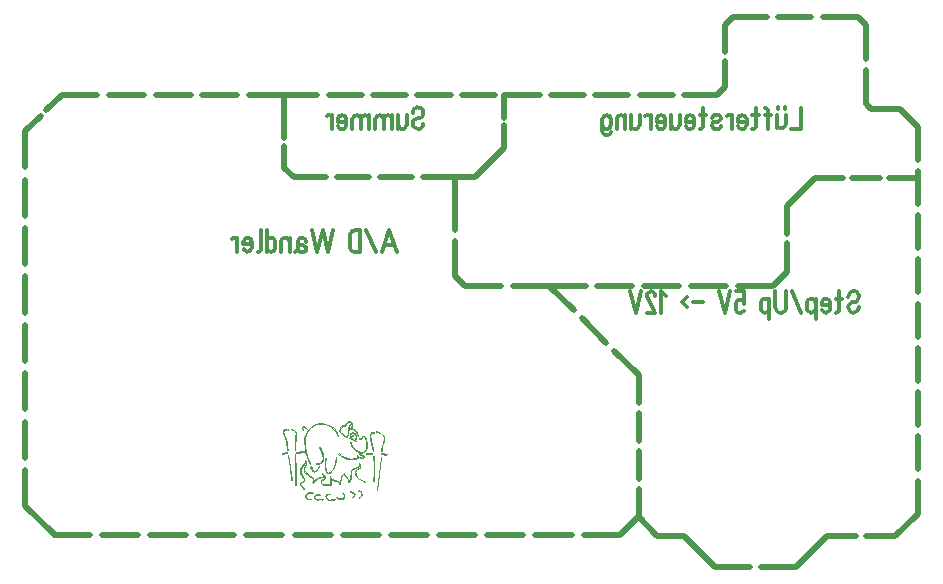
<source format=gbo>
%FSLAX35Y35*%
%MOIN*%
%IN7=Bestueckungsdruckunten(X.GBO)*%
%ADD10C,0.00591*%
%ADD11C,0.00354*%
%ADD12C,0.00394*%
%ADD13C,0.00409*%
%ADD14C,0.00827*%
%ADD15C,0.01000*%
%ADD16C,0.01181*%
%ADD17C,0.01575*%
%ADD18C,0.01969*%
%ADD19C,0.03937*%
%ADD20C,0.05906*%
%ADD21C,0.07087*%
%ADD22C,0.07874*%
%ADD23C,0.21323*%
%AMR_24*21,1,0.01575,0.01575,0,0,0.000*%
%ADD24R_24*%
%AMR_25*21,1,0.01772,0.01772,0,0,0.000*%
%ADD25R_25*%
%AMR_26*21,1,0.02165,0.02165,0,0,0.000*%
%ADD26R_26*%
%AMR_27*21,1,0.02362,0.02362,0,0,0.000*%
%ADD27R_27*%
%AMR_28*21,1,0.02500,0.02500,0,0,0.000*%
%ADD28R_28*%
%AMR_29*21,1,0.03150,0.03150,0,0,0.000*%
%ADD29R_29*%
%AMR_30*21,1,0.03543,0.03543,0,0,0.000*%
%ADD30R_30*%
%AMR_31*21,1,0.03937,0.03937,0,0,0.000*%
%ADD31R_31*%
%AMR_32*21,1,0.05000,0.09843,0,0,0.000*%
%ADD32R_32*%
%AMR_33*21,1,0.05000,0.10000,0,0,270.000*%
%ADD33R_33*%
%AMR_34*21,1,0.05331,0.05331,0,0,0.000*%
%ADD34R_34*%
%AMR_35*21,1,0.06299,0.06299,0,0,0.000*%
%ADD35R_35*%
%AMR_36*21,1,0.06299,0.06299,0,0,180.000*%
%ADD36R_36*%
%AMR_37*21,1,0.06299,0.06299,0,0,270.000*%
%ADD37R_37*%
%AMR_38*21,1,0.19685,0.19685,0,0,0.000*%
%ADD38R_38*%
%AMOCT_39*4,1,8,0.021654,0.024606,0.010827,0.035433,-0.010827,0.035433,-0.021654,0.024606,-0.021654,-0.024606,-0.010827,-0.035433,0.010827,-0.035433,0.021654,-0.024606,0.021654,0.024606,270.000*%
%ADD39OCT_39*%
%AMOCT_40*4,1,8,0.023622,0.023622,0.011811,0.035433,-0.011811,0.035433,-0.023622,0.023622,-0.023622,-0.023622,-0.011811,-0.035433,0.011811,-0.035433,0.023622,-0.023622,0.023622,0.023622,0.000*%
%ADD40OCT_40*%
%AMOCT_41*4,1,8,0.023622,0.023622,0.011811,0.035433,-0.011811,0.035433,-0.023622,0.023622,-0.023622,-0.023622,-0.011811,-0.035433,0.011811,-0.035433,0.023622,-0.023622,0.023622,0.023622,180.000*%
%ADD41OCT_41*%
%AMOCT_42*4,1,8,0.023622,0.023622,0.011811,0.035433,-0.011811,0.035433,-0.023622,0.023622,-0.023622,-0.023622,-0.011811,-0.035433,0.011811,-0.035433,0.023622,-0.023622,0.023622,0.023622,270.000*%
%ADD42OCT_42*%
%AMOCT_43*4,1,8,0.031496,0.015748,0.015748,0.031496,-0.015748,0.031496,-0.031496,0.015748,-0.031496,-0.015748,-0.015748,-0.031496,0.015748,-0.031496,0.031496,-0.015748,0.031496,0.015748,0.000*%
%ADD43OCT_43*%
%AMOCT_44*4,1,8,0.031496,0.015748,0.015748,0.031496,-0.015748,0.031496,-0.031496,0.015748,-0.031496,-0.015748,-0.015748,-0.031496,0.015748,-0.031496,0.031496,-0.015748,0.031496,0.015748,180.000*%
%ADD44OCT_44*%
%AMOCT_45*4,1,8,0.031496,0.015748,0.015748,0.031496,-0.015748,0.031496,-0.031496,0.015748,-0.031496,-0.015748,-0.015748,-0.031496,0.015748,-0.031496,0.031496,-0.015748,0.031496,0.015748,270.000*%
%ADD45OCT_45*%
%AMOCT_46*4,1,8,0.035433,0.017717,0.017717,0.035433,-0.017717,0.035433,-0.035433,0.017717,-0.035433,-0.017717,-0.017717,-0.035433,0.017717,-0.035433,0.035433,-0.017717,0.035433,0.017717,0.000*%
%ADD46OCT_46*%
%AMOCT_47*4,1,8,0.035433,0.017717,0.017717,0.035433,-0.017717,0.035433,-0.035433,0.017717,-0.035433,-0.017717,-0.017717,-0.035433,0.017717,-0.035433,0.035433,-0.017717,0.035433,0.017717,90.000*%
%ADD47OCT_47*%
%AMOCT_48*4,1,8,0.035433,0.017717,0.017717,0.035433,-0.017717,0.035433,-0.035433,0.017717,-0.035433,-0.017717,-0.017717,-0.035433,0.017717,-0.035433,0.035433,-0.017717,0.035433,0.017717,180.000*%
%ADD48OCT_48*%
%AMOCT_49*4,1,8,0.035433,0.017717,0.017717,0.035433,-0.017717,0.035433,-0.035433,0.017717,-0.035433,-0.017717,-0.017717,-0.035433,0.017717,-0.035433,0.035433,-0.017717,0.035433,0.017717,270.000*%
%ADD49OCT_49*%
%AMOCT_50*4,1,8,0.037402,0.018701,0.018701,0.037402,-0.018701,0.037402,-0.037402,0.018701,-0.037402,-0.018701,-0.018701,-0.037402,0.018701,-0.037402,0.037402,-0.018701,0.037402,0.018701,180.000*%
%ADD50OCT_50*%
%AMOCT_51*4,1,8,0.039370,0.019685,0.019685,0.039370,-0.019685,0.039370,-0.039370,0.019685,-0.039370,-0.019685,-0.019685,-0.039370,0.019685,-0.039370,0.039370,-0.019685,0.039370,0.019685,0.000*%
%ADD51OCT_51*%
%AMOCT_52*4,1,8,0.043307,0.021654,0.021654,0.043307,-0.021654,0.043307,-0.043307,0.021654,-0.043307,-0.021654,-0.021654,-0.043307,0.021654,-0.043307,0.043307,-0.021654,0.043307,0.021654,180.000*%
%ADD52OCT_52*%
%AMOCT_53*4,1,8,0.043307,0.021654,0.021654,0.043307,-0.021654,0.043307,-0.043307,0.021654,-0.043307,-0.021654,-0.021654,-0.043307,0.021654,-0.043307,0.043307,-0.021654,0.043307,0.021654,270.000*%
%ADD53OCT_53*%
%AMOCT_54*4,1,8,0.049213,0.024606,0.024606,0.049213,-0.024606,0.049213,-0.049213,0.024606,-0.049213,-0.024606,-0.024606,-0.049213,0.024606,-0.049213,0.049213,-0.024606,0.049213,0.024606,90.000*%
%ADD54OCT_54*%
%AMO_55*20,1,0.05000,0.00000,-0.02421,0.00000,0.02421,0*1,1,0.05000,0.00000,-0.02421*1,1,0.05000,0.00000,0.02421*%
%ADD55O_55*%
%AMO_56*20,1,0.05000,-0.02500,0.00000,0.02500,0.00000,0*1,1,0.05000,-0.02500,0.00000*1,1,0.05000,0.02500,0.00000*%
%ADD56O_56*%
%AMRR_57*21,1,0.06299,0.05039,0,0,0.000*21,1,0.05039,0.06299,0,0,0.000*1,1,0.01260,0.02520,0.02520*1,1,0.01260,-0.02520,-0.02520*1,1,0.01260,0.02520,-0.02520*1,1,0.01260,-0.02520,0.02520*%
%ADD57RR_57*%
%AMRR_58*21,1,0.15748,0.05315,0,0,270.000*21,1,0.13976,0.07087,0,0,270.000*1,1,0.01772,0.02657,-0.06988*1,1,0.01772,-0.02657,0.06988*1,1,0.01772,-0.02657,-0.06988*1,1,0.01772,0.02657,0.06988*%
%ADD58RR_58*%
G54D12*
X120011Y62724D02*
X120790Y62577D01*
X121406Y62235D01*
X120015Y62547D02*
X120724Y62412D01*
X121303Y62090D01*
X111461Y63432D02*
X111962Y63561D01*
X112399Y63465D01*
X112837Y63118D01*
X113182Y62650D01*
X113517Y62007D01*
X113838Y61190D01*
X109791Y64445D02*
X110005Y65090D01*
X110251Y65550D01*
X110455Y65792D01*
X110656Y65943D01*
X110874Y66022D01*
X111080Y66021D01*
X111279Y65951D01*
X111486Y65793D01*
X111661Y65559D01*
X111785Y65262D01*
X111841Y64919D01*
X111805Y64497D01*
X111645Y64054D01*
X111341Y63595D01*
X111265Y65366D02*
X110883Y64516D01*
X110696Y63721D01*
X110620Y62984D01*
X110582Y62442D01*
X110520Y61933D01*
X110377Y61483D01*
X110212Y61227D01*
X110136Y61148D01*
X110115Y61131D01*
X110102Y61124D01*
X110090Y61121D01*
X110060Y61121D01*
X110010Y61129D01*
X109864Y61179D01*
X109680Y61271D01*
X109260Y61544D01*
X108836Y61876D01*
X108471Y62209D01*
X108149Y62586D01*
X107963Y62936D01*
X107919Y63262D01*
X108000Y63610D01*
X108217Y63973D01*
X108566Y64314D01*
X109072Y64635D01*
X109748Y64916D01*
X111419Y65277D02*
X111051Y64460D01*
X110871Y63694D01*
X110797Y62971D01*
X110758Y62427D01*
X110694Y61901D01*
X110536Y61405D01*
X110389Y61165D01*
X110220Y60988D01*
X110153Y60954D01*
X110070Y60943D01*
X109970Y60956D01*
X109594Y61116D01*
X108934Y61568D01*
X108346Y62084D01*
X108003Y62484D01*
X107795Y62879D01*
X107742Y63273D01*
X107836Y63677D01*
X108079Y64083D01*
X108483Y64474D01*
X109061Y64828D01*
X109828Y65128D01*
X110141Y65700D01*
X110489Y66048D01*
X110742Y66172D01*
X110993Y66208D01*
X111234Y66164D01*
X111483Y66031D01*
X111698Y65821D01*
X111977Y65224D01*
X112000Y64580D01*
X111757Y63889D01*
X111863Y63731D02*
X112285Y63699D01*
X112602Y63554D01*
X112906Y63303D01*
X113294Y62806D01*
X113660Y62120D01*
X114005Y61248D01*
X111372Y62097D02*
X111624Y62309D01*
X111867Y62437D01*
X112098Y62490D01*
X112312Y62479D01*
X112668Y62329D01*
X112924Y62116D01*
X113039Y61997D01*
X113136Y61882D01*
X113262Y61661D01*
X113380Y61300D01*
X113420Y60799D01*
X113316Y60159D01*
X111524Y61998D02*
X111747Y62178D01*
X111948Y62278D01*
X112129Y62314D01*
X112293Y62302D01*
X112580Y62175D01*
X112805Y61985D01*
X112954Y61828D01*
X113103Y61582D01*
X113207Y61259D01*
X113243Y60802D01*
X113146Y60207D01*
X114294Y60403D02*
X114724Y60490D01*
X115067Y60680D01*
X115180Y60835D01*
X115240Y61027D01*
X115268Y61115D01*
X115329Y61200D01*
X115412Y61258D01*
X115553Y61301D01*
X115690Y61293D01*
X115992Y61167D01*
X116242Y60970D01*
X116435Y60724D01*
X116635Y60310D01*
X116777Y59880D01*
X116944Y58999D01*
X116981Y58106D01*
X116920Y57217D01*
X116776Y56714D01*
X116481Y56274D01*
X116074Y55938D01*
X115592Y55744D01*
X114973Y55706D01*
X114350Y55829D01*
X113759Y56059D01*
X113220Y56359D01*
X112733Y56720D01*
X112194Y57250D01*
X111762Y57881D01*
X111495Y58596D01*
X111322Y59323D01*
X114333Y60231D02*
X114770Y60319D01*
X115192Y60555D01*
X115320Y60721D01*
X115397Y60917D01*
X115415Y60998D01*
X115433Y61048D01*
X115457Y61076D01*
X115494Y61101D01*
X115571Y61125D01*
X115655Y61119D01*
X115863Y61037D01*
X116051Y60906D01*
X116285Y60630D01*
X116470Y60246D01*
X116607Y59833D01*
X116768Y58980D01*
X116804Y58110D01*
X116745Y57240D01*
X116616Y56789D01*
X116350Y56393D01*
X115983Y56090D01*
X115552Y55917D01*
X114842Y55899D01*
X114113Y56099D01*
X113441Y56430D01*
X112848Y56855D01*
X112328Y57366D01*
X111921Y57960D01*
X111665Y58644D01*
X111495Y59360D01*
X100982Y51038D02*
X100476Y50228D01*
X100004Y49696D01*
X99713Y49480D01*
X99443Y49365D01*
X99194Y49348D01*
X98970Y49431D01*
X98778Y49602D01*
X98604Y49850D01*
X98341Y50358D01*
X98039Y51028D01*
X100826Y51122D02*
X100333Y50333D01*
X99886Y49828D01*
X99686Y49672D01*
X99506Y49573D01*
X99349Y49526D01*
X99218Y49523D01*
X99102Y49559D01*
X98989Y49638D01*
X98874Y49765D01*
X98756Y49941D01*
X98502Y50432D01*
X98201Y51100D01*
X97891Y51852D02*
X97575Y52463D01*
X97213Y53355D01*
X96843Y54480D01*
X96449Y56038D01*
X96161Y57767D01*
X96056Y59141D01*
X96140Y60523D01*
X96496Y61847D01*
X96931Y62764D01*
X97498Y63589D01*
X98182Y64295D01*
X98972Y64857D01*
X99917Y65269D01*
X100948Y65458D01*
X102001Y65443D01*
X102993Y65287D01*
X103895Y65017D01*
X104955Y64499D01*
X105847Y63824D01*
X106566Y63018D01*
X107107Y62104D01*
X107467Y61111D01*
X98042Y51946D02*
X97819Y52359D01*
X97561Y52944D01*
X97287Y53675D01*
X97013Y54530D01*
X96622Y56074D01*
X96337Y57788D01*
X96234Y59145D01*
X96315Y60495D01*
X96661Y61784D01*
X97255Y62954D01*
X98065Y63947D01*
X99061Y64704D01*
X99969Y65100D01*
X100960Y65281D01*
X101985Y65266D01*
X102954Y65114D01*
X103833Y64851D01*
X104862Y64349D01*
X105727Y63694D01*
X106423Y62913D01*
X106947Y62029D01*
X107296Y61066D01*
X91751Y63558D02*
X92503Y63335D01*
X93016Y62997D01*
X93248Y62677D01*
X93348Y62315D01*
X93345Y61887D01*
X93290Y61307D01*
X93227Y60700D01*
X93163Y59945D01*
X93110Y59025D01*
X93081Y57922D01*
X93090Y56617D01*
X91719Y63384D02*
X92222Y63255D01*
X92611Y63081D01*
X92892Y62871D01*
X93088Y62600D01*
X93172Y62297D01*
X93168Y61900D01*
X93113Y61325D01*
X93051Y60717D01*
X92986Y59958D01*
X92933Y59033D01*
X92904Y57924D01*
X92913Y56613D01*
X113557Y50262D02*
X114003Y50413D01*
X114225Y50507D01*
X114422Y50640D01*
X114528Y50776D01*
X114581Y50954D01*
X114574Y51342D01*
X114441Y51724D01*
X105178Y46585D02*
X104752Y46962D01*
X104563Y47250D01*
X104906Y45261D02*
X104894Y45037D01*
X104852Y44958D01*
X104786Y44897D01*
X104706Y44863D01*
X104641Y44845D01*
X102456Y48237D02*
X102467Y47830D01*
X102451Y47745D01*
X102311Y47564D01*
X102114Y47444D01*
X101807Y47381D01*
X101365Y47337D01*
X96573Y51825D02*
X96548Y52220D01*
X96423Y52618D01*
X96255Y52146D01*
X96198Y52059D01*
X94776Y45061D02*
X94979Y44764D01*
X95557Y44267D01*
X95845Y43935D01*
X95979Y43621D01*
X95929Y43622D01*
X95794Y43625D01*
X94606Y45008D02*
X94903Y44589D01*
X95308Y44248D01*
X95602Y43968D01*
X95794Y43625D01*
X95764Y46296D02*
X95218Y45940D01*
X94810Y45621D01*
X99415Y46444D02*
X99217Y46095D01*
X99031Y45842D01*
X102335Y48605D02*
X102081Y48804D01*
X101874Y48946D01*
X102539Y45140D02*
X102028Y45364D01*
X101730Y45696D01*
X104665Y45035D02*
X104409Y45144D01*
X104182Y45172D01*
X104729Y45253D02*
X104731Y45113D01*
X104720Y45079D01*
X104699Y45053D01*
X104665Y45035D01*
X109325Y48405D02*
X109222Y48708D01*
X109193Y48965D01*
X113625Y50098D02*
X114013Y50229D01*
X114399Y50402D01*
X114635Y50614D01*
X114756Y50928D01*
X90415Y56643D02*
X90258Y57631D01*
X90120Y58445D01*
X89991Y59129D01*
X89860Y59724D01*
X89717Y60275D01*
X89531Y60882D01*
X89303Y61543D01*
X89086Y62109D01*
X88939Y62679D01*
X88946Y62911D01*
X89021Y63122D01*
X89169Y63297D01*
X89380Y63428D01*
X89752Y63534D01*
X90224Y63560D01*
X90798Y63503D01*
X90590Y56671D02*
X90433Y57660D01*
X90295Y58476D01*
X90165Y59164D01*
X90032Y59766D01*
X89887Y60324D01*
X89700Y60937D01*
X89469Y61604D01*
X89253Y62170D01*
X89116Y62696D01*
X89120Y62881D01*
X89175Y63034D01*
X89284Y63162D01*
X89453Y63267D01*
X89779Y63358D01*
X90219Y63383D01*
X90769Y63328D01*
X95604Y63360D02*
X95453Y63442D01*
X95350Y63564D01*
X95292Y63703D01*
X95271Y63917D01*
X95313Y64121D01*
X95389Y64260D01*
X95511Y64367D01*
X95657Y64420D01*
X95805Y64427D01*
X96230Y64289D01*
X96623Y64031D01*
X96957Y63707D01*
X97040Y63582D01*
X97079Y63419D01*
X95657Y63528D02*
X95566Y63578D01*
X95502Y63654D01*
X95463Y63749D01*
X95448Y63907D01*
X95479Y64059D01*
X95529Y64151D01*
X95600Y64214D01*
X95689Y64246D01*
X95791Y64250D01*
X96149Y64132D01*
X96513Y63892D01*
X96818Y63597D01*
X96887Y63492D01*
X96899Y63458D01*
X96902Y63430D01*
X101193Y57644D02*
X101610Y56913D01*
X101980Y56030D01*
X102247Y55072D01*
X102345Y54352D01*
X102328Y53666D01*
X102166Y53048D01*
X101832Y52533D01*
X101369Y52199D01*
X100742Y52011D01*
X99939Y51991D01*
X101046Y57545D02*
X101451Y56835D01*
X101813Y55971D01*
X102073Y55037D01*
X102168Y54341D01*
X102152Y53689D01*
X102003Y53117D01*
X101704Y52656D01*
X101291Y52358D01*
X100715Y52187D01*
X99953Y52168D01*
X106733Y54348D02*
X106746Y53798D01*
X106670Y53001D01*
X106467Y52042D01*
X106097Y51010D01*
X105643Y50161D01*
X105110Y49434D01*
X104674Y49013D01*
X104243Y48783D01*
X104005Y48764D01*
X103793Y48833D01*
X103615Y48956D01*
X103398Y49202D01*
X103232Y49507D01*
X103018Y50249D01*
X102920Y51098D01*
X102898Y51971D01*
X102925Y52788D01*
X102977Y53469D01*
X103033Y53936D01*
X106557Y54328D02*
X106573Y53965D01*
X106546Y53447D01*
X106460Y52813D01*
X106262Y51971D01*
X105935Y51082D01*
X105493Y50255D01*
X104977Y49550D01*
X104700Y49267D01*
X104435Y49063D01*
X104197Y48954D01*
X103950Y48957D01*
X103731Y49090D01*
X103545Y49302D01*
X103394Y49578D01*
X103176Y50376D01*
X103087Y51316D01*
X103081Y52271D01*
X103112Y52955D01*
X103160Y53520D01*
X103208Y53909D01*
X113714Y54753D02*
X114412Y54317D01*
X114933Y54084D01*
X115230Y54014D01*
X115440Y54015D01*
X115560Y54053D01*
X115640Y54110D01*
X115693Y54179D01*
X115723Y54251D01*
X115735Y54309D01*
X115728Y54349D01*
X115694Y54405D01*
X115580Y54515D01*
X115401Y54643D01*
X115023Y54857D01*
X114195Y55222D01*
X113613Y54607D02*
X114328Y54161D01*
X114877Y53916D01*
X115209Y53837D01*
X115469Y53840D01*
X115640Y53895D01*
X115765Y53985D01*
X115847Y54092D01*
X115893Y54200D01*
X115912Y54303D01*
X115894Y54412D01*
X115833Y54515D01*
X115469Y54810D01*
X114909Y55111D01*
X114258Y55388D01*
X118859Y56315D02*
X118730Y57204D01*
X118588Y57932D01*
X118437Y58568D01*
X118278Y59181D01*
X118109Y59874D01*
X117947Y60685D01*
X117897Y61521D01*
X117986Y61933D01*
X118215Y62250D01*
X118457Y62385D01*
X118774Y62463D01*
X119177Y62490D01*
X119035Y56336D02*
X118905Y57234D01*
X118761Y57970D01*
X118608Y58611D01*
X118450Y59225D01*
X118324Y59733D01*
X118198Y60300D01*
X118094Y60920D01*
X118073Y61507D01*
X118114Y61758D01*
X118197Y61962D01*
X118326Y62112D01*
X118520Y62220D01*
X118799Y62287D01*
X119179Y62313D01*
X112297Y61419D02*
X112247Y61558D01*
X112119Y61631D01*
X111973Y61606D01*
X111878Y61493D01*
X111878Y61345D01*
X111973Y61232D01*
X112119Y61206D01*
X112247Y61280D01*
X112297Y61419D01*
X122146Y62006D02*
X122481Y61585D01*
X122684Y61079D01*
X122751Y60520D01*
X122679Y59942D01*
X122523Y59376D01*
X122362Y58821D01*
X122140Y58019D01*
X121963Y57278D01*
X121855Y56626D01*
X121836Y56095D01*
X122026Y61875D02*
X122328Y61496D01*
X122512Y61035D01*
X122573Y60521D01*
X122506Y59982D01*
X122353Y59426D01*
X122191Y58870D01*
X121903Y57806D01*
X121706Y56858D01*
X121659Y56082D01*
X123466Y54897D02*
X121556Y55123D01*
X121598Y55475D01*
X123508Y55249D02*
X121598Y55475D01*
X123508Y55249D02*
X123466Y54897D01*
X121406Y62235D02*
X121303Y62090D01*
X120015Y62547D02*
X120011Y62724D01*
X109791Y64445D02*
X109620Y64489D01*
X109748Y64916D01*
X111265Y65366D02*
X111419Y65277D01*
X114005Y61248D02*
X113838Y61190D01*
X113316Y60159D02*
X113146Y60207D01*
X111493Y60937D02*
X111317Y60913D01*
X111322Y59323D02*
X111495Y59360D01*
X114333Y60231D02*
X114294Y60403D01*
X118723Y55240D02*
X116731Y55240D01*
X116731Y55595D01*
X118723Y55595D02*
X116731Y55595D01*
X118723Y55595D02*
X118723Y55240D01*
X114008Y54120D02*
X114091Y53964D01*
X107451Y55267D02*
X107564Y55404D01*
X98039Y51028D02*
X98201Y51100D01*
X100826Y51122D02*
X100982Y51038D01*
X107467Y61111D02*
X107296Y61066D01*
X98042Y51946D02*
X97891Y51852D01*
X93090Y56617D02*
X92913Y56613D01*
X91719Y63384D02*
X91751Y63558D01*
X91834Y46464D02*
X91657Y46453D01*
X90643Y54951D02*
X90817Y54985D01*
X119157Y46311D02*
X118982Y46335D01*
X119003Y54456D02*
X119179Y54468D01*
X112588Y42091D02*
X111280Y42708D01*
X111356Y42868D01*
X112667Y42250D02*
X111356Y42868D01*
X111822Y40854D02*
X111856Y41028D01*
X108524Y42174D02*
X108574Y42343D01*
X106773Y40734D02*
X106895Y40862D01*
X101283Y41664D02*
X101213Y41501D01*
X102174Y40110D02*
X102116Y39943D01*
X110619Y45928D02*
X110539Y46078D01*
X109161Y48338D02*
X109076Y48572D01*
X110760Y46040D02*
X110738Y46082D01*
X116169Y45875D02*
X116012Y45793D01*
X88660Y55600D02*
X90234Y55886D01*
X90297Y55538D01*
X88723Y55252D02*
X90297Y55538D01*
X88723Y55252D02*
X88660Y55600D01*
X93209Y55990D02*
X95837Y56089D01*
X95850Y55735D01*
X93222Y55636D02*
X95850Y55735D01*
X93222Y55636D02*
X93209Y55990D01*
X98178Y40285D02*
X98195Y40109D01*
X98931Y42271D02*
X98863Y42107D01*
X106117Y40326D02*
X106204Y40171D01*
X104630Y41948D02*
X104576Y41779D01*
X115108Y41626D02*
X114931Y42451D01*
X114029Y42798D02*
X113944Y42954D01*
X115289Y41627D02*
X115106Y42479D01*
X114327Y40671D02*
X114296Y40846D01*
X120358Y43208D02*
X120183Y43238D01*
X121508Y54193D02*
X121681Y54158D01*
X93161Y44874D02*
X92984Y44888D01*
X92967Y55100D02*
X93144Y55090D01*
X90798Y63503D02*
X90769Y63328D01*
X90590Y56671D02*
X90415Y56643D01*
X97079Y63419D02*
X96902Y63430D01*
X95657Y63528D02*
X95604Y63360D01*
X99939Y51991D02*
X99953Y52168D01*
X101046Y57545D02*
X101193Y57644D01*
X103033Y53936D02*
X103208Y53909D01*
X106557Y54328D02*
X106733Y54348D01*
X114195Y55222D02*
X114258Y55388D01*
X113613Y54607D02*
X113714Y54753D01*
X119177Y62490D02*
X119179Y62313D01*
X119035Y56336D02*
X118859Y56315D01*
X111119Y60398D02*
X111121Y60576D01*
X113192Y59492D02*
X113055Y59380D01*
X121836Y56095D02*
X121659Y56082D01*
X122026Y61875D02*
X122146Y62006D01*
X111341Y63595D02*
X111320Y63532D01*
X111341Y63470D01*
X111395Y63431D01*
X111461Y63432D01*
X111757Y63889D02*
X111746Y63813D01*
X111788Y63749D01*
X111863Y63731D01*
X111372Y62097D02*
X111287Y61508D01*
X111317Y60913D01*
X111524Y61998D02*
X111465Y61469D01*
X111493Y60937D01*
X107564Y55404D02*
X108463Y54675D01*
X109486Y54133D01*
X110594Y53798D01*
X111746Y53683D01*
X112898Y53792D01*
X114008Y54120D01*
X107451Y55267D02*
X108379Y54518D01*
X109434Y53963D01*
X110576Y53621D01*
X111763Y53506D01*
X112949Y53622D01*
X114091Y53964D01*
X91834Y46464D02*
X91465Y50741D01*
X90817Y54985D01*
X91657Y46453D02*
X91289Y50719D01*
X90643Y54951D01*
X119157Y46311D02*
X119393Y49026D01*
X119400Y51751D01*
X119179Y54468D01*
X118982Y46335D02*
X119216Y49038D01*
X119223Y51752D01*
X119003Y54456D01*
X111856Y41028D02*
X112177Y41045D01*
X112452Y41211D01*
X112618Y41487D01*
X112634Y41808D01*
X112680Y41906D01*
X112663Y42013D01*
X112588Y42091D01*
X112819Y41767D02*
X112843Y42039D01*
X112667Y42250D01*
X111822Y40854D02*
X112211Y40870D01*
X112550Y41059D01*
X112769Y41381D01*
X112819Y41767D01*
X106895Y40862D02*
X107447Y40510D01*
X108092Y40389D01*
X108735Y40517D01*
X109283Y40876D01*
X109298Y41288D01*
X109160Y41675D01*
X108889Y41985D01*
X108524Y42174D01*
X109443Y40786D02*
X109478Y41275D01*
X109326Y41742D01*
X109009Y42116D01*
X108574Y42343D01*
X106773Y40734D02*
X107394Y40340D01*
X108119Y40212D01*
X108838Y40368D01*
X109443Y40786D01*
X102116Y39943D02*
X101565Y40065D01*
X101001Y40057D01*
X100454Y39917D01*
X99268Y40675D02*
X99583Y40309D01*
X99990Y40049D01*
X100454Y39917D01*
X99487Y41510D02*
X99264Y41122D01*
X99268Y40675D01*
X101283Y41664D02*
X100679Y41815D01*
X100058Y41761D01*
X99487Y41510D01*
X101213Y41501D02*
X100671Y41638D01*
X100113Y41593D01*
X99600Y41371D01*
X99436Y41081D01*
X99432Y40748D01*
X99865Y40318D01*
X100435Y40098D01*
X102174Y40110D02*
X101599Y40240D01*
X101008Y40236D01*
X100435Y40098D01*
X116012Y45793D02*
X115633Y46204D01*
X115164Y46509D01*
X112865Y49289D02*
X113110Y48372D01*
X113605Y47561D01*
X114309Y46923D01*
X115164Y46509D01*
X113557Y50262D02*
X113218Y50025D01*
X112977Y49688D01*
X112865Y49289D01*
X113675Y50779D02*
X114155Y51172D01*
X114441Y51724D01*
X113675Y50779D02*
X112877Y50538D01*
X112187Y50071D01*
X111667Y49420D01*
X111605Y46940D02*
X111667Y49420D01*
X110974Y45906D02*
X111351Y46385D01*
X111605Y46940D01*
X110619Y45928D02*
X110792Y45846D01*
X110974Y45906D01*
X110539Y46078D02*
X110667Y46433D01*
X110599Y46803D01*
X109161Y48338D02*
X110599Y46803D01*
X109076Y48572D02*
X108616Y48070D01*
X108332Y47451D01*
X108041Y45342D02*
X108332Y47451D01*
X107663Y45230D02*
X107874Y45213D01*
X108041Y45342D01*
X107550Y45650D02*
X107568Y45430D01*
X107663Y45230D01*
X107550Y45650D02*
X107458Y45891D01*
X107262Y46059D01*
X105178Y46585D02*
X106203Y46256D01*
X107262Y46059D01*
X104906Y45261D02*
X104821Y46270D01*
X104563Y47250D01*
X104641Y44845D02*
X104428Y44953D01*
X104193Y44995D01*
X102489Y44969D02*
X103342Y44890D01*
X104193Y44995D01*
X101573Y45614D02*
X101961Y45192D01*
X102489Y44969D01*
X101638Y46403D02*
X101510Y46016D01*
X101573Y45614D01*
X102832Y47375D02*
X101638Y46403D01*
X102832Y47375D02*
X102754Y47854D01*
X102456Y48237D01*
X101365Y47337D02*
X100683Y47171D01*
X100067Y46833D01*
X99562Y46346D01*
X99111Y45673D02*
X99562Y46346D01*
X98740Y45901D02*
X98883Y45717D01*
X99111Y45673D01*
X98740Y45901D02*
X98871Y46298D01*
X98860Y46716D01*
X98710Y47106D01*
X96123Y49304D02*
X97336Y48110D01*
X98710Y47106D01*
X95912Y50619D02*
X95833Y50165D01*
X95906Y49710D01*
X96123Y49304D01*
X95912Y50619D02*
X96304Y51188D01*
X96573Y51825D01*
X96198Y52060D02*
X95246Y50938D01*
X94975Y50337D01*
X94872Y49686D01*
X94944Y49030D01*
X95186Y48417D01*
X96045Y46940D01*
X95888Y46169D02*
X96072Y46532D01*
X96046Y46938D01*
X94940Y45501D02*
X95888Y46169D01*
X94940Y45501D02*
X94802Y45302D01*
X94776Y45061D01*
X94810Y45621D02*
X94625Y45342D01*
X94606Y45008D01*
X95764Y46296D02*
X95898Y46573D01*
X95879Y46879D01*
X95029Y48334D02*
X95879Y46879D01*
X95090Y51023D02*
X94808Y50381D01*
X94701Y49687D01*
X94776Y48989D01*
X95029Y48334D01*
X96055Y52164D02*
X95090Y51023D01*
X96055Y52164D02*
X96223Y52512D01*
X96258Y52898D01*
X96155Y53271D01*
X96750Y51824D02*
X96701Y52359D01*
X96496Y52856D01*
X96155Y53271D01*
X96075Y50548D02*
X96480Y51150D01*
X96750Y51824D01*
X96075Y50548D02*
X96013Y50152D01*
X96080Y49757D01*
X96269Y49404D01*
X97497Y48231D01*
X98854Y47210D01*
X98936Y45911D02*
X99051Y46345D01*
X99023Y46793D01*
X98854Y47210D01*
X98936Y45911D02*
X98973Y45862D01*
X99031Y45842D01*
X101321Y47508D02*
X100598Y47328D01*
X99948Y46965D01*
X99415Y46444D01*
X101321Y47508D02*
X101669Y47501D01*
X102001Y47605D01*
X102283Y47809D01*
X102267Y48224D01*
X102126Y48615D01*
X101874Y48946D01*
X102995Y47298D02*
X102953Y47810D01*
X102722Y48268D01*
X102335Y48605D01*
X101792Y46315D02*
X102995Y47298D01*
X101792Y46315D02*
X101689Y46012D01*
X101730Y45696D01*
X102539Y45140D02*
X103362Y45052D01*
X104182Y45172D01*
X104567Y47800D02*
X104515Y46518D01*
X104729Y45253D01*
X104567Y47800D02*
X104697Y47380D01*
X104940Y47014D01*
X105277Y46732D01*
X107328Y46223D01*
X107725Y45675D02*
X107596Y45999D01*
X107328Y46223D01*
X107725Y45675D02*
X107770Y45381D01*
X107830Y45381D01*
X107877Y45417D01*
X108159Y47491D01*
X109193Y48965D02*
X108582Y48294D01*
X108159Y47491D01*
X109325Y48405D02*
X110744Y46904D01*
X110738Y46082D02*
X110845Y46492D01*
X110744Y46904D01*
X110760Y46040D02*
X110805Y46021D01*
X110852Y46036D01*
X111203Y46462D01*
X111430Y46966D01*
X111500Y49481D02*
X111430Y46966D01*
X113598Y50938D02*
X112770Y50657D01*
X112053Y50159D01*
X111500Y49481D01*
X113598Y50938D02*
X113982Y51267D01*
X114255Y51692D01*
X114393Y52178D01*
X114756Y50928D02*
X114694Y51588D01*
X114393Y52178D01*
X113625Y50098D02*
X113227Y49761D01*
X113041Y49274D01*
X113279Y48404D01*
X113755Y47638D01*
X114432Y47042D01*
X115251Y46664D01*
X116169Y45875D02*
X115765Y46333D01*
X115251Y46664D01*
X98863Y42107D02*
X98309Y42254D01*
X97737Y42244D01*
X97188Y42080D01*
X96793Y41833D01*
X96570Y41423D01*
X96579Y40957D01*
X96816Y40556D01*
X97477Y40321D01*
X98178Y40285D01*
X96711Y40411D02*
X97430Y40150D01*
X98195Y40109D01*
X97125Y42245D02*
X96734Y42022D01*
X96466Y41661D01*
X96367Y41222D01*
X96453Y40780D01*
X96711Y40411D01*
X98931Y42271D02*
X98334Y42429D01*
X97717Y42420D01*
X97125Y42245D01*
X104576Y41779D02*
X104036Y41845D01*
X103510Y41708D01*
X103346Y41454D01*
X103299Y41155D01*
X103376Y40862D01*
X103663Y40380D01*
X104112Y40043D01*
X104797Y39968D01*
X105479Y40064D01*
X106117Y40326D01*
X104053Y39875D02*
X104787Y39791D01*
X105519Y39892D01*
X106204Y40171D01*
X103213Y40793D02*
X103541Y40250D01*
X104053Y39875D01*
X103406Y41855D02*
X103190Y41540D01*
X103122Y41164D01*
X103213Y40793D01*
X104630Y41948D02*
X104009Y42021D01*
X103406Y41855D01*
X114296Y40846D02*
X114665Y40989D01*
X114950Y41263D01*
X115108Y41626D01*
X114931Y42451D02*
X114840Y42665D01*
X114643Y42790D01*
X114337Y42875D01*
X114029Y42798D01*
X114713Y42954D02*
X114329Y43052D01*
X113944Y42954D01*
X115106Y42479D02*
X114979Y42775D01*
X114713Y42954D01*
X114327Y40671D02*
X114771Y40847D01*
X115110Y41184D01*
X115289Y41627D01*
X120358Y43208D02*
X121088Y48674D01*
X121681Y54158D01*
X120183Y43238D02*
X120913Y48707D01*
X121508Y54193D01*
X93161Y44874D02*
X93288Y49982D01*
X93144Y55090D01*
X92984Y44888D02*
X93110Y49994D01*
X92967Y55100D01*
X113055Y59380D02*
X112498Y59872D01*
X111840Y60218D01*
X111119Y60398D01*
X113192Y59492D02*
X112596Y60017D01*
X111892Y60385D01*
X111121Y60576D01*
G54D16*
X261626Y170649D02*
X261626Y163562D01*
X258476Y163562D01*
X256193Y170177D02*
X256193Y170885D01*
X254067Y170885D02*
X254067Y170177D01*
X256508Y168366D02*
X256508Y165137D01*
X253673Y165137D02*
X253781Y164595D01*
X254088Y164135D01*
X254548Y163828D01*
X255091Y163720D01*
X255633Y163828D01*
X256093Y164135D01*
X256400Y164595D01*
X256508Y165137D01*
X253673Y168366D02*
X253673Y163720D01*
X250681Y169625D02*
X250585Y170029D01*
X250342Y170366D01*
X249989Y170583D01*
X249579Y170649D01*
X250681Y169625D02*
X250681Y168208D01*
X250681Y163562D01*
X251705Y168208D02*
X249579Y168208D01*
X247610Y168208D02*
X245484Y168208D01*
X246587Y170649D02*
X246587Y164586D01*
X245484Y163562D02*
X245894Y163628D01*
X246248Y163846D01*
X246491Y164182D01*
X246587Y164586D01*
X243516Y166003D02*
X240681Y166003D01*
X240681Y166712D01*
X243516Y166712D02*
X243408Y167254D01*
X243101Y167714D01*
X242641Y168022D01*
X242098Y168129D01*
X241556Y168022D01*
X241096Y167714D01*
X240789Y167254D01*
X240681Y166712D01*
X243516Y166712D02*
X243516Y164980D01*
X240760Y164507D02*
X241050Y164023D01*
X241505Y163691D01*
X242054Y163562D01*
X242610Y163657D01*
X243085Y163962D01*
X243404Y164427D01*
X243516Y164980D01*
X238713Y163562D02*
X238713Y168208D01*
X238713Y167106D02*
X238605Y167593D01*
X238287Y167978D01*
X237830Y168177D01*
X237331Y168147D01*
X236902Y167893D01*
X233909Y163562D02*
X234301Y163640D01*
X234633Y163862D01*
X234855Y164194D01*
X234933Y164586D01*
X233909Y163562D02*
X233201Y163562D01*
X232098Y164586D02*
X232194Y164182D01*
X232437Y163846D01*
X232791Y163628D01*
X233201Y163562D01*
X232098Y164586D02*
X232098Y164980D01*
X233201Y166003D02*
X232791Y165938D01*
X232437Y165720D01*
X232194Y165384D01*
X232098Y164980D01*
X233201Y166003D02*
X233909Y166003D01*
X234388Y166113D01*
X234771Y166418D01*
X234984Y166861D01*
X234984Y167351D01*
X234771Y167793D01*
X234388Y168099D01*
X233909Y168208D01*
X233201Y168208D01*
X232779Y168124D01*
X232421Y167885D01*
X232182Y167528D01*
X232098Y167106D01*
X230130Y168208D02*
X228004Y168208D01*
X229106Y170649D02*
X229106Y164586D01*
X228004Y163562D02*
X228414Y163628D01*
X228767Y163846D01*
X229011Y164182D01*
X229106Y164586D01*
X226035Y166003D02*
X223201Y166003D01*
X223201Y166712D01*
X226035Y166712D02*
X225928Y167254D01*
X225620Y167714D01*
X225160Y168022D01*
X224618Y168129D01*
X224076Y168022D01*
X223616Y167714D01*
X223309Y167254D01*
X223201Y166712D01*
X226035Y166712D02*
X226035Y164980D01*
X223280Y164507D02*
X223569Y164023D01*
X224025Y163691D01*
X224574Y163562D01*
X225130Y163657D01*
X225605Y163962D01*
X225923Y164427D01*
X226035Y164980D01*
X221232Y168208D02*
X221232Y164980D01*
X218398Y164980D02*
X218506Y164437D01*
X218813Y163978D01*
X219273Y163670D01*
X219815Y163562D01*
X220357Y163670D01*
X220817Y163978D01*
X221124Y164437D01*
X221232Y164980D01*
X218398Y168208D02*
X218398Y163562D01*
X216429Y166003D02*
X213594Y166003D01*
X213594Y166712D01*
X216429Y166712D02*
X216321Y167254D01*
X216014Y167714D01*
X215554Y168022D01*
X215012Y168129D01*
X214469Y168022D01*
X214010Y167714D01*
X213702Y167254D01*
X213594Y166712D01*
X216429Y166712D02*
X216429Y164980D01*
X213673Y164507D02*
X213963Y164023D01*
X214418Y163691D01*
X214968Y163562D01*
X215524Y163657D01*
X215998Y163962D01*
X216317Y164427D01*
X216429Y164980D01*
X211626Y163562D02*
X211626Y168208D01*
X211626Y167106D02*
X211518Y167593D01*
X211201Y167978D01*
X210743Y168177D01*
X210245Y168147D01*
X209815Y167893D01*
X207846Y168208D02*
X207846Y164980D01*
X205012Y164980D02*
X205120Y164437D01*
X205427Y163978D01*
X205887Y163670D01*
X206429Y163562D01*
X206972Y163670D01*
X207431Y163978D01*
X207739Y164437D01*
X207846Y164980D01*
X205012Y168208D02*
X205012Y163562D01*
X203043Y163562D02*
X203043Y168208D01*
X203043Y166712D02*
X202935Y167254D01*
X202628Y167714D01*
X202168Y168022D01*
X201626Y168129D01*
X201084Y168022D01*
X200624Y167714D01*
X200317Y167254D01*
X200209Y166712D01*
X200209Y163562D01*
X195406Y162854D02*
X195518Y162301D01*
X195836Y161836D01*
X196311Y161531D01*
X196867Y161436D01*
X197416Y161565D01*
X197872Y161897D01*
X198161Y162381D01*
X195406Y162854D02*
X195406Y166712D01*
X198240Y166712D02*
X198132Y167254D01*
X197825Y167714D01*
X197365Y168022D01*
X196823Y168129D01*
X196280Y168022D01*
X195821Y167714D01*
X195513Y167254D01*
X195406Y166712D01*
X198240Y166712D02*
X198240Y164980D01*
X195406Y164980D02*
X195513Y164437D01*
X195821Y163978D01*
X196280Y163670D01*
X196823Y163562D01*
X197365Y163670D01*
X197825Y163978D01*
X198132Y164437D01*
X198240Y164980D01*
X279205Y105856D02*
X279847Y105973D01*
X280406Y106311D01*
X280808Y106825D01*
X281003Y107449D01*
X280963Y108100D01*
X280695Y108696D01*
X280233Y109157D01*
X279638Y109425D01*
X278986Y109465D01*
X278363Y109270D01*
X277849Y108868D01*
X277511Y108309D01*
X277394Y107667D01*
X279205Y105856D02*
X278524Y105736D01*
X277941Y105365D01*
X277544Y104799D01*
X277395Y104124D01*
X277514Y103443D01*
X277886Y102860D01*
X278452Y102463D01*
X279126Y102313D01*
X279807Y102433D01*
X280390Y102804D01*
X280787Y103370D01*
X280937Y104045D01*
X275425Y106958D02*
X273299Y106958D01*
X274402Y109399D02*
X274402Y103336D01*
X273299Y102312D02*
X273709Y102378D01*
X274063Y102596D01*
X274306Y102932D01*
X274402Y103336D01*
X271331Y104753D02*
X268496Y104753D01*
X268496Y105462D01*
X271331Y105462D02*
X271223Y106004D01*
X270916Y106464D01*
X270456Y106772D01*
X269913Y106879D01*
X269371Y106772D01*
X268911Y106464D01*
X268604Y106004D01*
X268496Y105462D01*
X271331Y105462D02*
X271331Y103730D01*
X268575Y103257D02*
X268865Y102773D01*
X269320Y102441D01*
X269869Y102312D01*
X270425Y102407D01*
X270900Y102712D01*
X271219Y103177D01*
X271331Y103730D01*
X266528Y100187D02*
X266528Y106958D01*
X263693Y103730D02*
X263801Y103187D01*
X264108Y102728D01*
X264568Y102420D01*
X265110Y102312D01*
X265653Y102420D01*
X266112Y102728D01*
X266420Y103187D01*
X266528Y103730D01*
X263693Y105462D02*
X263693Y103730D01*
X266528Y105462D02*
X266420Y106004D01*
X266112Y106464D01*
X265653Y106772D01*
X265110Y106879D01*
X264568Y106772D01*
X264108Y106464D01*
X263801Y106004D01*
X263693Y105462D01*
X258575Y109399D02*
X261724Y102312D01*
X256606Y109399D02*
X256606Y104045D01*
X253102Y104045D02*
X253209Y103439D01*
X253517Y102906D01*
X253988Y102510D01*
X254566Y102300D01*
X255182Y102300D01*
X255760Y102510D01*
X256231Y102906D01*
X256539Y103439D01*
X256646Y104045D01*
X253063Y104045D02*
X253063Y109399D01*
X251094Y100187D02*
X251094Y106958D01*
X248260Y103730D02*
X248368Y103187D01*
X248675Y102728D01*
X249135Y102420D01*
X249677Y102312D01*
X250220Y102420D01*
X250679Y102728D01*
X250987Y103187D01*
X251094Y103730D01*
X248260Y105462D02*
X248260Y103730D01*
X251094Y105462D02*
X250987Y106004D01*
X250679Y106464D01*
X250220Y106772D01*
X249677Y106879D01*
X249135Y106772D01*
X248675Y106464D01*
X248368Y106004D01*
X248260Y105462D01*
X239913Y103730D02*
X240040Y103144D01*
X240397Y102663D01*
X240920Y102372D01*
X241518Y102323D01*
X242082Y102525D01*
X242512Y102942D01*
X239913Y103730D02*
X239913Y105147D01*
X242748Y105147D02*
X242640Y105690D01*
X242333Y106149D01*
X241873Y106457D01*
X241331Y106564D01*
X240788Y106457D01*
X240329Y106149D01*
X240021Y105690D01*
X239913Y105147D01*
X242748Y105147D02*
X242748Y109399D01*
X239913Y109399D01*
X237945Y109399D02*
X236213Y102312D01*
X234402Y109399D01*
X228890Y105856D02*
X225740Y105856D01*
X223772Y107667D02*
X222039Y105856D01*
X223772Y104045D01*
X216528Y107982D02*
X215110Y109399D01*
X215110Y102312D01*
X213142Y107982D02*
X213034Y108524D01*
X212727Y108984D01*
X212267Y109291D01*
X211724Y109399D01*
X211182Y109291D01*
X210722Y108984D01*
X210415Y108524D01*
X210307Y107982D01*
X213142Y102312D01*
X210307Y102312D01*
X208339Y109399D02*
X206606Y102312D01*
X204795Y109399D01*
X134003Y167106D02*
X134645Y167223D01*
X135204Y167561D01*
X135607Y168075D01*
X135801Y168699D01*
X135761Y169350D01*
X135493Y169946D01*
X135032Y170407D01*
X134436Y170675D01*
X133785Y170715D01*
X133161Y170520D01*
X132647Y170118D01*
X132310Y169559D01*
X132192Y168917D01*
X134003Y167106D02*
X133322Y166986D01*
X132739Y166615D01*
X132343Y166049D01*
X132193Y165374D01*
X132313Y164693D01*
X132684Y164110D01*
X133250Y163713D01*
X133925Y163563D01*
X134605Y163683D01*
X135188Y164054D01*
X135585Y164620D01*
X135735Y165295D01*
X130223Y168208D02*
X130223Y164980D01*
X127389Y164980D02*
X127497Y164437D01*
X127804Y163978D01*
X128264Y163670D01*
X128806Y163562D01*
X129348Y163670D01*
X129808Y163978D01*
X130116Y164437D01*
X130223Y164980D01*
X127389Y168208D02*
X127389Y163562D01*
X125420Y163562D02*
X125420Y168208D01*
X125420Y166712D02*
X125312Y167254D01*
X125005Y167714D01*
X124545Y168022D01*
X124003Y168129D01*
X123461Y168022D01*
X123001Y167714D01*
X122694Y167254D01*
X122586Y166712D01*
X122586Y163562D01*
X122586Y166712D02*
X122478Y167254D01*
X122170Y167714D01*
X121711Y168022D01*
X121168Y168129D01*
X120626Y168022D01*
X120166Y167714D01*
X119859Y167254D01*
X119751Y166712D01*
X119751Y163562D01*
X117782Y163562D02*
X117782Y168208D01*
X117782Y166712D02*
X117675Y167254D01*
X117367Y167714D01*
X116908Y168022D01*
X116365Y168129D01*
X115823Y168022D01*
X115363Y167714D01*
X115056Y167254D01*
X114948Y166712D01*
X114948Y163562D01*
X114948Y166712D02*
X114840Y167254D01*
X114533Y167714D01*
X114073Y168022D01*
X113531Y168129D01*
X112988Y168022D01*
X112528Y167714D01*
X112221Y167254D01*
X112113Y166712D01*
X112113Y163562D01*
X110145Y166003D02*
X107310Y166003D01*
X107310Y166712D01*
X110145Y166712D02*
X110037Y167254D01*
X109730Y167714D01*
X109270Y168022D01*
X108727Y168129D01*
X108185Y168022D01*
X107725Y167714D01*
X107418Y167254D01*
X107310Y166712D01*
X110145Y166712D02*
X110145Y164980D01*
X107389Y164507D02*
X107679Y164023D01*
X108134Y163691D01*
X108683Y163562D01*
X109239Y163657D01*
X109714Y163962D01*
X110033Y164427D01*
X110145Y164980D01*
X105342Y163562D02*
X105342Y168208D01*
X105342Y167106D02*
X105234Y167593D01*
X104916Y167978D01*
X104459Y168177D01*
X103960Y168147D01*
X103531Y167893D01*
X126850Y122625D02*
X124409Y129712D01*
X121889Y122625D01*
X126141Y124751D02*
X122598Y124751D01*
X116771Y129712D02*
X119921Y122625D01*
X111259Y124357D02*
X111358Y123812D01*
X111621Y123323D01*
X112021Y122940D01*
X112521Y122699D01*
X113070Y122625D01*
X114803Y122625D01*
X114803Y129712D01*
X113070Y129712D01*
X112521Y129637D01*
X112021Y129397D01*
X111621Y129013D01*
X111358Y128525D01*
X111259Y127979D01*
X111259Y124357D01*
X105748Y129712D02*
X104015Y122625D01*
X102204Y129712D01*
X100393Y122625D01*
X98661Y129712D01*
X96692Y125775D02*
X96585Y126317D01*
X96277Y126777D01*
X95817Y127084D01*
X95275Y127192D01*
X94733Y127084D01*
X94273Y126777D01*
X93966Y126317D01*
X93858Y125775D01*
X93954Y125371D01*
X94197Y125034D01*
X94550Y124817D01*
X94960Y124751D01*
X95669Y124751D01*
X95669Y122586D02*
X96130Y122691D01*
X96500Y122986D01*
X96705Y123412D01*
X96705Y123885D01*
X96500Y124311D01*
X96130Y124606D01*
X95669Y124712D01*
X95669Y122625D02*
X94960Y122625D01*
X93858Y123649D02*
X93954Y123245D01*
X94197Y122908D01*
X94550Y122691D01*
X94960Y122625D01*
X93858Y125775D02*
X93858Y123334D01*
X93149Y122625D01*
X91181Y122625D02*
X91181Y127271D01*
X91181Y125775D02*
X91073Y126317D01*
X90765Y126777D01*
X90306Y127084D01*
X89763Y127192D01*
X89221Y127084D01*
X88761Y126777D01*
X88454Y126317D01*
X88346Y125775D01*
X88346Y122625D01*
X83543Y129712D02*
X83543Y122625D01*
X86377Y125775D02*
X86270Y126317D01*
X85962Y126777D01*
X85503Y127084D01*
X84960Y127192D01*
X84418Y127084D01*
X83958Y126777D01*
X83651Y126317D01*
X83543Y125775D01*
X86377Y125775D02*
X86377Y124042D01*
X83543Y124042D02*
X83651Y123500D01*
X83958Y123040D01*
X84418Y122733D01*
X84960Y122625D01*
X85503Y122733D01*
X85962Y123040D01*
X86270Y123500D01*
X86377Y124042D01*
X81574Y129712D02*
X81574Y123649D01*
X80551Y122625D02*
X80942Y122703D01*
X81274Y122925D01*
X81496Y123257D01*
X81574Y123649D01*
X78582Y125066D02*
X75748Y125066D01*
X75748Y125775D01*
X78582Y125775D02*
X78474Y126317D01*
X78167Y126777D01*
X77707Y127084D01*
X77165Y127192D01*
X76622Y127084D01*
X76163Y126777D01*
X75855Y126317D01*
X75748Y125775D01*
X78582Y125775D02*
X78582Y124042D01*
X75826Y123570D02*
X76116Y123086D01*
X76572Y122753D01*
X77121Y122624D01*
X77677Y122720D01*
X78151Y123024D01*
X78470Y123490D01*
X78582Y124042D01*
X73779Y122625D02*
X73779Y127271D01*
X73779Y126168D02*
X73671Y126656D01*
X73354Y127041D01*
X72896Y127240D01*
X72398Y127209D01*
X71968Y126956D01*
G54D18*
X222812Y27812D02*
X233125Y17500D01*
X222812Y27812D02*
X213750Y27812D01*
X207500Y34062D01*
X207500Y43562D01*
X207500Y46729D02*
X207500Y56229D01*
X207500Y59395D02*
X207500Y68895D01*
X207500Y72062D02*
X207500Y81562D01*
X177812Y111250D02*
X185909Y103153D01*
X188607Y100454D02*
X196704Y92357D01*
X199403Y89659D02*
X207500Y81562D01*
X177812Y111250D02*
X165758Y111250D01*
X161741Y111250D02*
X149687Y111250D01*
X146250Y114687D01*
X146250Y126205D01*
X146250Y130044D02*
X146250Y141562D01*
X146250Y147500D01*
X135500Y147500D01*
X131916Y147500D02*
X121166Y147500D01*
X117583Y147500D02*
X106833Y147500D01*
X103250Y147500D02*
X92500Y147500D01*
X89375Y150625D02*
X92500Y147500D01*
X89375Y167812D02*
X89375Y160446D01*
X89375Y157991D02*
X89375Y150625D01*
X3125Y162812D02*
X8348Y168035D01*
X10089Y169776D02*
X15312Y175000D01*
X3125Y37812D02*
X3125Y49909D01*
X3125Y53941D02*
X3125Y66038D01*
X3125Y70070D02*
X3125Y82167D01*
X3125Y86199D02*
X3125Y98296D01*
X3125Y102328D02*
X3125Y114425D01*
X3125Y118457D02*
X3125Y130554D01*
X3125Y134586D02*
X3125Y146683D01*
X3125Y150715D02*
X3125Y162812D01*
X12500Y28437D02*
X3125Y37812D01*
X236250Y177500D02*
X236250Y186339D01*
X236250Y189285D02*
X236250Y198125D01*
X239062Y200937D01*
X250227Y200937D01*
X253948Y200937D02*
X265113Y200937D01*
X268835Y200937D02*
X280000Y200937D01*
X283750Y171562D02*
X285000Y170312D01*
X294687Y170312D01*
X300625Y164375D01*
X300625Y35312D02*
X300625Y46375D01*
X300625Y50062D02*
X300625Y61125D01*
X300625Y64812D02*
X300625Y75875D01*
X300625Y79562D02*
X300625Y90625D01*
X300625Y94312D02*
X300625Y105375D01*
X300625Y109062D02*
X300625Y120125D01*
X300625Y123812D02*
X300625Y134875D01*
X300625Y138562D02*
X300625Y149625D01*
X300625Y153312D02*
X300625Y164375D01*
X293125Y27812D02*
X300625Y35312D01*
X270312Y27812D02*
X280089Y27812D01*
X283348Y27812D02*
X293125Y27812D01*
X270312Y27812D02*
X265000Y22500D01*
X256875Y116250D02*
X256875Y125491D01*
X256875Y128571D02*
X256875Y137812D01*
X266250Y147187D01*
X275539Y147187D01*
X278636Y147187D02*
X287926Y147187D01*
X291022Y147187D02*
X300312Y147187D01*
X162812Y157187D02*
X153125Y147500D01*
X162812Y157187D02*
X162812Y164821D01*
X162812Y167366D02*
X162812Y175000D01*
X146250Y147500D02*
X153125Y147500D01*
X89375Y167812D02*
X89375Y175000D01*
X15312Y175000D02*
X27006Y175000D01*
X30904Y175000D02*
X42598Y175000D01*
X46496Y175000D02*
X58190Y175000D01*
X62088Y175000D02*
X73782Y175000D01*
X77680Y175000D02*
X89375Y175000D01*
X260000Y17500D02*
X248482Y17500D01*
X244642Y17500D02*
X233125Y17500D01*
X260000Y17500D02*
X265000Y22500D01*
X12500Y28125D02*
X24547Y28125D01*
X28563Y28125D02*
X40611Y28125D01*
X44627Y28125D02*
X56675Y28125D01*
X60691Y28125D02*
X72739Y28125D01*
X76755Y28125D02*
X88803Y28125D01*
X92819Y28125D02*
X104867Y28125D01*
X108882Y28125D02*
X120930Y28125D01*
X124946Y28125D02*
X136994Y28125D01*
X141010Y28125D02*
X153058Y28125D01*
X157074Y28125D02*
X169122Y28125D01*
X173138Y28125D02*
X185186Y28125D01*
X189202Y28125D02*
X201250Y28125D01*
X207187Y34062D01*
X178125Y111250D02*
X189819Y111250D01*
X193717Y111250D02*
X205411Y111250D01*
X209309Y111250D02*
X221003Y111250D01*
X224901Y111250D02*
X236595Y111250D01*
X240493Y111250D02*
X252187Y111250D01*
X256875Y115937D01*
X233750Y175000D02*
X222644Y175000D01*
X218942Y175000D02*
X207836Y175000D01*
X204134Y175000D02*
X193028Y175000D01*
X189326Y175000D02*
X178221Y175000D01*
X174519Y175000D02*
X163413Y175000D01*
X159711Y175000D02*
X148605Y175000D01*
X144903Y175000D02*
X133798Y175000D01*
X130096Y175000D02*
X118990Y175000D01*
X115288Y175000D02*
X104182Y175000D01*
X100480Y175000D02*
X89375Y175000D01*
X233750Y175000D02*
X236250Y177500D01*
X283437Y171875D02*
X283437Y183125D01*
X283437Y186875D02*
X283437Y198125D01*
X280625Y200937D01*
M02*

</source>
